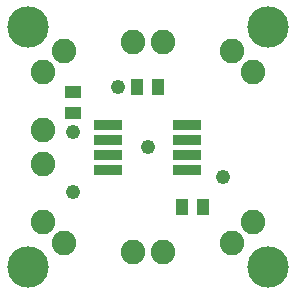
<source format=gts>
G75*
G70*
%OFA0B0*%
%FSLAX24Y24*%
%IPPOS*%
%LPD*%
%AMOC8*
5,1,8,0,0,1.08239X$1,22.5*
%
%ADD10R,0.0950X0.0320*%
%ADD11R,0.0552X0.0395*%
%ADD12R,0.0395X0.0552*%
%ADD13C,0.0820*%
%ADD14C,0.1380*%
%ADD15C,0.0490*%
D10*
X003902Y004482D03*
X003902Y004982D03*
X003902Y005482D03*
X003902Y005982D03*
X006552Y005982D03*
X006552Y005482D03*
X006552Y004982D03*
X006552Y004482D03*
D11*
X002732Y006377D03*
X002732Y007086D03*
D12*
X004877Y007232D03*
X005586Y007232D03*
X006377Y003232D03*
X007086Y003232D03*
D13*
X008028Y002028D03*
X008735Y002735D03*
X005732Y001732D03*
X004732Y001732D03*
X002435Y002028D03*
X001728Y002735D03*
X001732Y004662D03*
X001732Y005802D03*
X001728Y007728D03*
X002435Y008435D03*
X004732Y008732D03*
X005732Y008732D03*
X008025Y008439D03*
X008732Y007732D03*
D14*
X001232Y001232D03*
X001232Y009232D03*
X009232Y009232D03*
X009232Y001232D03*
D15*
X007732Y004232D03*
X005232Y005232D03*
X004232Y007232D03*
X002732Y005732D03*
X002732Y003732D03*
M02*

</source>
